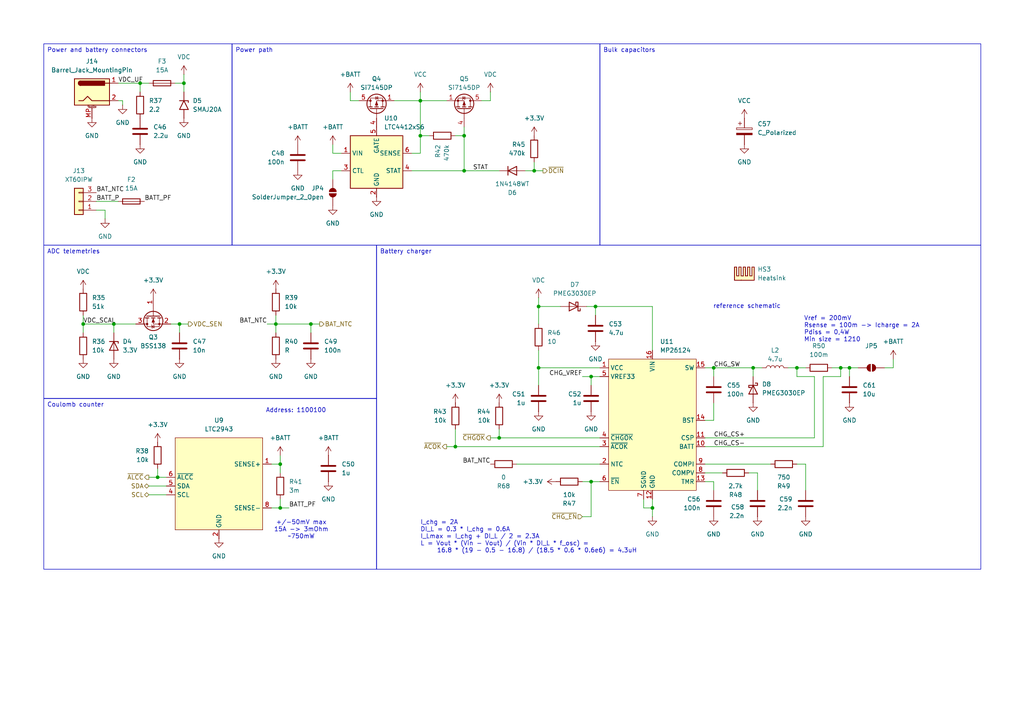
<source format=kicad_sch>
(kicad_sch (version 20250114) (generator "eeschema") (generator_version "9.0")
  (paper "A4")
  (title_block (title "Beerpak") (company "©2024 Luca Anastasio"))
  (lib_symbols
    (symbol "Connector:Barrel_Jack_MountingPin" (pin_names (hide yes))
      (property "Reference" "J" (at 0 5.334 0))
      (property "Value" "Barrel_Jack_MountingPin" (at 1.27 -6.35 0))
      (symbol "Barrel_Jack_MountingPin_1_1"
        (text "Mounting" (at 0 -4.191 0) (effects (font (size 0.381 0.381))))
        (pin passive line (at 0 -7.62 90) (length 3.048) (name "MountPin") (number "MP"))
        (pin passive line (at 7.62 2.54 180) (length 2.54) (name "~") (number "1"))
        (pin passive line (at 7.62 -2.54 180) (length 2.54) (name "~") (number "2"))
      )
    )
    (symbol "Connector_Generic:Conn_01x03" (pin_names (offset 1.016) (hide yes))
      (property "Reference" "J" (at 0 5.08 0))
      (property "Value" "Conn_01x03" (at 0 -5.08 0))
      (symbol "Conn_01x03_1_1"
        (pin passive line (at -5.08 2.54 0) (length 3.81) (name "Pin_1") (number "1"))
        (pin passive line (at -5.08 0 0) (length 3.81) (name "Pin_2") (number "2"))
        (pin passive line (at -5.08 -2.54 0) (length 3.81) (name "Pin_3") (number "3"))
      )
    )
    (symbol "Device:C" (pin_numbers (hide yes)) (pin_names (offset 0.254))
      (property "Reference" "C" (at 0.635 2.54 0))
      (property "Value" "C" (at 0.635 -2.54 0))
      (symbol "C_1_1"
        (pin passive line (at 0 3.81 270) (length 2.794) (name "~") (number "1"))
        (pin passive line (at 0 -3.81 90) (length 2.794) (name "~") (number "2"))
      )
    )
    (symbol "Device:C_Polarized" (pin_numbers (hide yes)) (pin_names (offset 0.254))
      (property "Reference" "C" (at 0.635 2.54 0))
      (property "Value" "C_Polarized" (at 0.635 -2.54 0))
      (symbol "C_Polarized_1_1"
        (pin passive line (at 0 3.81 270) (length 2.794) (name "~") (number "1"))
        (pin passive line (at 0 -3.81 90) (length 2.794) (name "~") (number "2"))
      )
    )
    (symbol "Device:D_Schottky" (pin_numbers (hide yes)) (pin_names (offset 1.016) (hide yes))
      (property "Reference" "D" (at 0 2.54 0))
      (property "Value" "D_Schottky" (at 0 -2.54 0))
      (symbol "D_Schottky_1_1"
        (pin passive line (at -3.81 0 0) (length 2.54) (name "K") (number "1"))
        (pin passive line (at 3.81 0 180) (length 2.54) (name "A") (number "2"))
      )
    )
    (symbol "Device:D_Zener" (pin_numbers (hide yes)) (pin_names (offset 1.016) (hide yes))
      (property "Reference" "D" (at 0 2.54 0))
      (property "Value" "D_Zener" (at 0 -2.54 0))
      (symbol "D_Zener_1_1"
        (pin passive line (at -3.81 0 0) (length 2.54) (name "K") (number "1"))
        (pin passive line (at 3.81 0 180) (length 2.54) (name "A") (number "2"))
      )
    )
    (symbol "Device:Fuse" (pin_numbers (hide yes)) (pin_names (offset 0))
      (property "Reference" "F" (at 2.032 0 90))
      (property "Value" "Fuse" (at -1.905 0 90))
      (symbol "Fuse_1_1"
        (pin passive line (at 0 3.81 270) (length 1.27) (name "~") (number "1"))
        (pin passive line (at 0 -3.81 90) (length 1.27) (name "~") (number "2"))
      )
    )
    (symbol "Device:L" (pin_numbers (hide yes)) (pin_names (offset 1.016) (hide yes))
      (property "Reference" "L" (at -1.27 0 90))
      (property "Value" "L" (at 1.905 0 90))
      (symbol "L_1_1"
        (pin passive line (at 0 3.81 270) (length 1.27) (name "1") (number "1"))
        (pin passive line (at 0 -3.81 90) (length 1.27) (name "2") (number "2"))
      )
    )
    (symbol "Device:R" (pin_numbers (hide yes)) (pin_names (offset 0))
      (property "Reference" "R" (at 2.032 0 90))
      (property "Value" "R" (at 0 0 90))
      (symbol "R_1_1"
        (pin passive line (at 0 3.81 270) (length 1.27) (name "~") (number "1"))
        (pin passive line (at 0 -3.81 90) (length 1.27) (name "~") (number "2"))
      )
    )
    (symbol "Diode:1N4148WT" (pin_numbers (hide yes)) (pin_names (hide yes))
      (property "Reference" "D" (at 0 2.54 0))
      (property "Value" "1N4148WT" (at 0 -2.54 0))
      (symbol "1N4148WT_1_1"
        (pin passive line (at -3.81 0 0) (length 2.54) (name "K") (number "1"))
        (pin passive line (at 3.81 0 180) (length 2.54) (name "A") (number "2"))
      )
    )
    (symbol "Diode:SMAJ20A" (pin_numbers (hide yes)) (pin_names (offset 1.016) (hide yes))
      (property "Reference" "D" (at 0 2.54 0))
      (property "Value" "SMAJ20A" (at 0 -2.54 0))
      (symbol "SMAJ20A_1_1"
        (pin passive line (at -3.81 0 0) (length 2.54) (name "A1") (number "1"))
        (pin passive line (at 3.81 0 180) (length 2.54) (name "A2") (number "2"))
      )
    )
    (symbol "Jumper:SolderJumper_2_Open" (pin_numbers (hide yes)) (pin_names (offset 0) (hide yes)) (exclude_from_sim yes) (in_bom no)
      (property "Reference" "JP" (at 0 2.032 0))
      (property "Value" "SolderJumper_2_Open" (at 0 -2.54 0))
      (symbol "SolderJumper_2_Open_1_1"
        (pin passive line (at -3.81 0 0) (length 2.54) (name "A") (number "1"))
        (pin passive line (at 3.81 0 180) (length 2.54) (name "B") (number "2"))
      )
    )
    (symbol "Mechanical:Heatsink" (pin_names (offset 1.016)) (exclude_from_sim yes)
      (property "Reference" "HS" (at 0 5.08 0))
      (property "Value" "Heatsink" (at 0 -1.27 0))
    )
    (symbol "Power_Management:LTC4412xS6"
      (property "Reference" "U" (at -6.35 8.89 0))
      (property "Value" "LTC4412xS6" (at 6.35 8.89 0))
      (symbol "LTC4412xS6_1_1"
        (pin power_in line (at -10.16 2.54 0) (length 2.54) (name "VIN") (number "1"))
        (pin input line (at -10.16 -2.54 0) (length 2.54) (name "CTL") (number "3"))
        (pin output line (at 0 10.16 270) (length 2.54) (name "GATE") (number "5"))
        (pin power_in line (at 0 -10.16 90) (length 2.54) (name "GND") (number "2"))
        (pin input line (at 10.16 2.54 180) (length 2.54) (name "SENSE") (number "6"))
        (pin open_collector line (at 10.16 -2.54 180) (length 2.54) (name "STAT") (number "4"))
      )
    )
    (symbol "Transistor_FET:BSS138" (pin_names (hide yes))
      (property "Reference" "Q" (at 5.08 1.905 0))
      (property "Value" "BSS138" (at 5.08 0 0))
      (symbol "BSS138_1_1"
        (pin input line (at -5.08 0 0) (length 2.54) (name "G") (number "1"))
        (pin passive line (at 2.54 5.08 270) (length 2.54) (name "D") (number "3"))
        (pin passive line (at 2.54 -5.08 90) (length 2.54) (name "S") (number "2"))
      )
    )
    (symbol "Transistor_FET:Si7141DP" (pin_names (hide yes))
      (property "Reference" "Q" (at 5.08 1.905 0))
      (property "Value" "Si7141DP" (at 5.08 0 0))
      (symbol "Si7141DP_1_1"
        (pin input line (at -5.08 0 0) (length 2.54) (name "G") (number "4"))
        (pin passive line (at 2.54 5.08 270) (length 2.54) (name "D") (number "5"))
        (pin passive line (at 2.54 -5.08 90) (length 2.54) (name "S") (number "1"))
        (pin passive line (at 2.54 -5.08 90) (length 2.54) (hide yes) (name "S") (number "2"))
        (pin passive line (at 2.54 -5.08 90) (length 2.54) (hide yes) (name "S") (number "3"))
      )
    )
    (symbol "portabeer:LTC2943"
      (property "Reference" "U" (at 0 19.05 0))
      (property "Value" "LTC2943" (at 0 16.51 0))
      (symbol "LTC2943_1_1"
        (pin input line (at -15.24 2.54 0) (length 2.54) (name "~{ALCC}") (number "6"))
        (pin input line (at -15.24 0 0) (length 2.54) (name "SDA") (number "5"))
        (pin input line (at -15.24 -2.54 0) (length 2.54) (name "SCL") (number "4"))
        (pin input line (at 0 -15.24 90) (length 2.54) (name "GND") (number "2"))
        (pin input line (at 0 -15.24 90) (length 2.54) (hide yes) (name "GND") (number "3"))
        (pin input line (at 0 -15.24 90) (length 2.54) (hide yes) (name "GND") (number "7"))
        (pin input line (at 0 -15.24 90) (length 2.54) (hide yes) (name "GND") (number "9"))
        (pin input line (at 15.24 6.35 180) (length 2.54) (name "SENSE+") (number "1"))
        (pin input line (at 15.24 -6.35 180) (length 2.54) (name "SENSE-") (number "8"))
      )
    )
    (symbol "portabeer:MP26124"
      (property "Reference" "U" (at 0 25.4 0))
      (property "Value" "MP26124" (at 0 23.368 0))
      (symbol "MP26124_1_0"
        (pin power_out line (at -15.24 13.97 0) (length 2.54) (name "VREF33") (number "5"))
        (pin open_collector line (at -15.24 -3.81 0) (length 2.54) (name "~{CHGOK}") (number "4"))
        (pin open_collector line (at -15.24 -6.35 0) (length 2.54) (name "~{ACOK}") (number "3"))
        (pin input line (at -15.24 -11.43 0) (length 2.54) (name "NTC") (number "2"))
        (pin open_collector line (at -15.24 -16.51 0) (length 2.54) (name "~{EN}") (number "6"))
        (pin power_in line (at -2.54 -21.59 90) (length 2.54) (name "SGND") (number "7"))
        (pin power_in line (at 0 21.59 270) (length 2.54) (name "VIN") (number "16"))
        (pin power_in line (at 0 -21.59 90) (length 2.54) (name "GND") (number "12"))
        (pin power_in line (at 0 -21.59 90) (length 2.54) (hide yes) (name "GND") (number "17"))
        (pin power_out line (at 15.24 16.51 180) (length 2.54) (name "SW") (number "15"))
        (pin passive line (at 15.24 1.27 180) (length 2.54) (name "BST") (number "14"))
        (pin input line (at 15.24 -3.81 180) (length 2.54) (name "CSP") (number "11"))
        (pin input line (at 15.24 -6.35 180) (length 2.54) (name "BATT") (number "10"))
        (pin passive line (at 15.24 -11.43 180) (length 2.54) (name "COMPI") (number "9"))
        (pin passive line (at 15.24 -13.97 180) (length 2.54) (name "COMPV") (number "8"))
        (pin passive line (at 15.24 -16.51 180) (length 2.54) (name "TMR") (number "13"))
      )
      (symbol "MP26124_1_1"
        (pin power_in line (at -15.24 16.51 0) (length 2.54) (name "VCC") (number "1"))
      )
    )
    (symbol "power:+3.3V" (power) (pin_numbers (hide yes)) (pin_names (offset 0) (hide yes))
      (property "Value" "+3.3V" (at 0 3.556 0))
      (symbol "+3.3V_1_1"
        (pin power_in line (at 0 0 90) (length 0) (name "~") (number "1"))
      )
    )
    (symbol "power:+BATT" (power) (pin_numbers (hide yes)) (pin_names (offset 0) (hide yes))
      (property "Value" "+BATT" (at 0 3.556 0))
      (symbol "+BATT_1_1"
        (pin power_in line (at 0 0 90) (length 0) (name "~") (number "1"))
      )
    )
    (symbol "power:GND" (power) (pin_numbers (hide yes)) (pin_names (offset 0) (hide yes))
      (property "Value" "GND" (at 0 -3.81 0))
      (symbol "GND_1_1"
        (pin power_in line (at 0 0 270) (length 0) (name "~") (number "1"))
      )
    )
    (symbol "power:VCC" (power) (pin_numbers (hide yes)) (pin_names (offset 0) (hide yes))
      (property "Value" "VCC" (at 0 3.556 0))
      (symbol "VCC_1_1"
        (pin power_in line (at 0 0 90) (length 0) (name "~") (number "1"))
      )
    )
    (symbol "power:VDC" (power) (pin_numbers (hide yes)) (pin_names (offset 0) (hide yes))
      (property "Value" "VDC" (at 0 3.556 0))
      (symbol "VDC_1_1"
        (pin power_in line (at 0 0 90) (length 0) (name "~") (number "1"))
      )
    )
  )
  (text "I_chg = 2A\nDI_L = 0.3 * I_chg = 0.6A\nI_Lmax = I_chg + DI_L / 2 = 2.3A\nL = Vout * (Vin - Vout) / (Vin * DI_L * f_osc) =\n	16.8 * (19 - 0.5 - 16.8) / (18.5 * 0.6 * 0.6e6) = 4.3uH" (at 121.92 150.876 0) (effects (font (size 1.27 1.27)) (justify left top)))
  (text "reference schematic" (at 216.662 88.9 0) (effects (font (size 1.27 1.27))))
  (text "Address: 1100100" (at 85.852 119.126 0) (effects (font (size 1.27 1.27))))
  (text "+/-50mV max\n15A -> 3mOhm\n~750mW" (at 87.376 153.67 0) (effects (font (size 1.27 1.27))))
  (text "Vref = 200mV\nRsense = 100m -> Icharge = 2A\nPdiss = 0,4W\nMin size = 1210" (at 233.172 91.694 0) (effects (font (size 1.27 1.27)) (justify left top)))
  (text_box "ADC telemetries" (at 12.7 71.12 0) (size 96.52 44.45) (margins 0.9525 0.9525 0.9525 0.9525) (effects (font (size 1.27 1.27)) (justify left top)))
  (text_box "Coulomb counter" (at 12.7 115.57 0) (size 96.52 49.53) (margins 0.9525 0.9525 0.9525 0.9525) (effects (font (size 1.27 1.27)) (justify left top)))
  (text_box "Power path" (at 67.31 12.7 0) (size 106.68 58.42) (margins 0.9525 0.9525 0.9525 0.9525) (effects (font (size 1.27 1.27)) (justify left top)))
  (text_box "Bulk capacitors" (at 173.99 12.7 0) (size 110.49 58.42) (margins 0.9525 0.9525 0.9525 0.9525) (effects (font (size 1.27 1.27)) (justify left top)))
  (text_box "Power and battery connectors" (at 12.7 12.7 0) (size 54.61 58.42) (margins 0.9525 0.9525 0.9525 0.9525) (effects (font (size 1.27 1.27)) (justify left top)))
  (text_box "Battery charger" (at 109.22 71.12 0) (size 175.26 93.98) (margins 0.9525 0.9525 0.9525 0.9525) (effects (font (size 1.27 1.27)) (justify left top)))
  (junction (at 171.45 109.22))
  (junction (at 156.21 88.9))
  (junction (at 81.28 147.32))
  (junction (at 134.62 49.53))
  (junction (at 189.23 147.32))
  (junction (at 45.72 138.43))
  (junction (at 121.92 29.21))
  (junction (at 134.62 39.37))
  (junction (at 172.72 88.9))
  (junction (at 24.13 93.98))
  (junction (at 80.01 93.98))
  (junction (at 40.64 24.13))
  (junction (at 144.78 127))
  (junction (at 33.02 93.98))
  (junction (at 132.08 129.54))
  (junction (at 156.21 106.68))
  (junction (at 121.92 39.37))
  (junction (at 154.94 49.53))
  (junction (at 246.38 106.68))
  (junction (at 207.01 106.68))
  (junction (at 52.07 93.98))
  (junction (at 90.17 93.98))
  (junction (at 171.45 139.7))
  (junction (at 218.44 106.68))
  (junction (at 231.14 106.68))
  (junction (at 53.34 24.13))
  (junction (at 81.28 134.62))
  (junction (at 243.84 106.68))
  (wire (pts (xy 40.64 24.13) (xy 43.18 24.13)))
  (wire (pts (xy 156.21 88.9) (xy 162.56 88.9)))
  (wire (pts (xy 48.26 138.43) (xy 45.72 138.43)))
  (wire (pts (xy 231.14 106.68) (xy 231.14 109.22)))
  (wire (pts (xy 233.68 134.62) (xy 233.68 142.24)))
  (wire (pts (xy 144.78 127) (xy 144.78 124.46)))
  (wire (pts (xy 121.92 44.45) (xy 121.92 39.37)))
  (wire (pts (xy 170.18 88.9) (xy 172.72 88.9)))
  (wire (pts (xy 35.56 30.48) (xy 35.56 29.21)))
  (wire (pts (xy 204.47 137.16) (xy 209.55 137.16)))
  (wire (pts (xy 80.01 91.44) (xy 80.01 93.98)))
  (wire (pts (xy 207.01 106.68) (xy 207.01 109.22)))
  (wire (pts (xy 119.38 49.53) (xy 134.62 49.53)))
  (wire (pts (xy 134.62 49.53) (xy 134.62 39.37)))
  (wire (pts (xy 134.62 39.37) (xy 134.62 36.83)))
  (wire (pts (xy 218.44 106.68) (xy 220.98 106.68)))
  (wire (pts (xy 53.34 24.13) (xy 53.34 26.67)))
  (wire (pts (xy 132.08 129.54) (xy 132.08 124.46)))
  (wire (pts (xy 172.72 88.9) (xy 172.72 91.44)))
  (wire (pts (xy 121.92 29.21) (xy 129.54 29.21)))
  (wire (pts (xy 217.17 137.16) (xy 219.71 137.16)))
  (wire (pts (xy 171.45 139.7) (xy 173.99 139.7)))
  (wire (pts (xy 204.47 134.62) (xy 223.52 134.62)))
  (wire (pts (xy 39.37 93.98) (xy 33.02 93.98)))
  (wire (pts (xy 156.21 106.68) (xy 156.21 101.6)))
  (wire (pts (xy 43.18 138.43) (xy 45.72 138.43)))
  (wire (pts (xy 81.28 134.62) (xy 81.28 137.16)))
  (wire (pts (xy 152.4 49.53) (xy 154.94 49.53)))
  (wire (pts (xy 204.47 106.68) (xy 207.01 106.68)))
  (wire (pts (xy 156.21 106.68) (xy 173.99 106.68)))
  (wire (pts (xy 33.02 93.98) (xy 24.13 93.98)))
  (wire (pts (xy 156.21 106.68) (xy 156.21 111.76)))
  (wire (pts (xy 121.92 29.21) (xy 121.92 26.67)))
  (wire (pts (xy 231.14 106.68) (xy 233.68 106.68)))
  (wire (pts (xy 40.64 26.67) (xy 40.64 24.13)))
  (wire (pts (xy 243.84 106.68) (xy 241.3 106.68)))
  (wire (pts (xy 156.21 86.36) (xy 156.21 88.9)))
  (wire (pts (xy 228.6 106.68) (xy 231.14 106.68)))
  (wire (pts (xy 204.47 139.7) (xy 207.01 139.7)))
  (wire (pts (xy 189.23 88.9) (xy 172.72 88.9)))
  (wire (pts (xy 43.18 143.51) (xy 48.26 143.51)))
  (wire (pts (xy 78.74 134.62) (xy 81.28 134.62)))
  (wire (pts (xy 154.94 49.53) (xy 157.48 49.53)))
  (wire (pts (xy 168.91 109.22) (xy 171.45 109.22)))
  (wire (pts (xy 256.54 106.68) (xy 259.08 106.68)))
  (wire (pts (xy 96.52 41.91) (xy 96.52 44.45)))
  (wire (pts (xy 35.56 29.21) (xy 34.29 29.21)))
  (wire (pts (xy 231.14 109.22) (xy 236.22 109.22)))
  (wire (pts (xy 218.44 109.22) (xy 218.44 106.68)))
  (wire (pts (xy 154.94 46.99) (xy 154.94 49.53)))
  (wire (pts (xy 168.91 139.7) (xy 171.45 139.7)))
  (wire (pts (xy 134.62 49.53) (xy 144.78 49.53)))
  (wire (pts (xy 186.69 147.32) (xy 189.23 147.32)))
  (wire (pts (xy 189.23 101.6) (xy 189.23 88.9)))
  (wire (pts (xy 142.24 127) (xy 144.78 127)))
  (wire (pts (xy 171.45 109.22) (xy 171.45 111.76)))
  (wire (pts (xy 30.48 63.5) (xy 30.48 60.96)))
  (wire (pts (xy 219.71 137.16) (xy 219.71 142.24)))
  (wire (pts (xy 96.52 44.45) (xy 99.06 44.45)))
  (wire (pts (xy 236.22 109.22) (xy 236.22 127)))
  (wire (pts (xy 43.18 140.97) (xy 48.26 140.97)))
  (wire (pts (xy 207.01 121.92) (xy 207.01 116.84)))
  (wire (pts (xy 101.6 29.21) (xy 104.14 29.21)))
  (wire (pts (xy 238.76 129.54) (xy 238.76 109.22)))
  (wire (pts (xy 189.23 144.78) (xy 189.23 147.32)))
  (wire (pts (xy 207.01 139.7) (xy 207.01 142.24)))
  (wire (pts (xy 149.86 134.62) (xy 173.99 134.62)))
  (wire (pts (xy 259.08 104.14) (xy 259.08 106.68)))
  (wire (pts (xy 173.99 129.54) (xy 132.08 129.54)))
  (wire (pts (xy 171.45 139.7) (xy 171.45 149.86)))
  (wire (pts (xy 30.48 60.96) (xy 27.94 60.96)))
  (wire (pts (xy 80.01 93.98) (xy 80.01 96.52)))
  (wire (pts (xy 81.28 147.32) (xy 83.82 147.32)))
  (wire (pts (xy 81.28 144.78) (xy 81.28 147.32)))
  (wire (pts (xy 189.23 147.32) (xy 189.23 149.86)))
  (wire (pts (xy 142.24 29.21) (xy 139.7 29.21)))
  (wire (pts (xy 33.02 96.52) (xy 33.02 93.98)))
  (wire (pts (xy 246.38 109.22) (xy 246.38 106.68)))
  (wire (pts (xy 99.06 49.53) (xy 96.52 49.53)))
  (wire (pts (xy 90.17 93.98) (xy 90.17 96.52)))
  (wire (pts (xy 132.08 39.37) (xy 134.62 39.37)))
  (wire (pts (xy 24.13 91.44) (xy 24.13 93.98)))
  (wire (pts (xy 173.99 109.22) (xy 171.45 109.22)))
  (wire (pts (xy 204.47 129.54) (xy 238.76 129.54)))
  (wire (pts (xy 52.07 93.98) (xy 54.61 93.98)))
  (wire (pts (xy 81.28 132.08) (xy 81.28 134.62)))
  (wire (pts (xy 156.21 88.9) (xy 156.21 93.98)))
  (wire (pts (xy 77.47 93.98) (xy 80.01 93.98)))
  (wire (pts (xy 246.38 106.68) (xy 248.92 106.68)))
  (wire (pts (xy 173.99 127) (xy 144.78 127)))
  (wire (pts (xy 45.72 138.43) (xy 45.72 135.89)))
  (wire (pts (xy 90.17 93.98) (xy 92.71 93.98)))
  (wire (pts (xy 40.64 24.13) (xy 34.29 24.13)))
  (wire (pts (xy 129.54 129.54) (xy 132.08 129.54)))
  (wire (pts (xy 204.47 121.92) (xy 207.01 121.92)))
  (wire (pts (xy 121.92 39.37) (xy 121.92 29.21)))
  (wire (pts (xy 231.14 134.62) (xy 233.68 134.62)))
  (wire (pts (xy 53.34 21.59) (xy 53.34 24.13)))
  (wire (pts (xy 27.94 58.42) (xy 34.29 58.42)))
  (wire (pts (xy 236.22 127) (xy 204.47 127)))
  (wire (pts (xy 49.53 93.98) (xy 52.07 93.98)))
  (wire (pts (xy 238.76 109.22) (xy 243.84 109.22)))
  (wire (pts (xy 24.13 93.98) (xy 24.13 96.52)))
  (wire (pts (xy 186.69 144.78) (xy 186.69 147.32)))
  (wire (pts (xy 121.92 39.37) (xy 124.46 39.37)))
  (wire (pts (xy 52.07 96.52) (xy 52.07 93.98)))
  (wire (pts (xy 168.91 149.86) (xy 171.45 149.86)))
  (wire (pts (xy 78.74 147.32) (xy 81.28 147.32)))
  (wire (pts (xy 114.3 29.21) (xy 121.92 29.21)))
  (wire (pts (xy 101.6 26.67) (xy 101.6 29.21)))
  (wire (pts (xy 246.38 106.68) (xy 243.84 106.68)))
  (wire (pts (xy 218.44 106.68) (xy 207.01 106.68)))
  (wire (pts (xy 243.84 109.22) (xy 243.84 106.68)))
  (wire (pts (xy 80.01 93.98) (xy 90.17 93.98)))
  (wire (pts (xy 119.38 44.45) (xy 121.92 44.45)))
  (wire (pts (xy 50.8 24.13) (xy 53.34 24.13)))
  (wire (pts (xy 96.52 49.53) (xy 96.52 52.07)))
  (wire (pts (xy 142.24 26.67) (xy 142.24 29.21)))
  (label "BAT_NTC" (at 142.24 134.62 180))
  (label "CHG_CS-" (at 207.01 129.54 0))
  (label "VDC_UF" (at 34.29 24.13 0))
  (label "BATT_PF" (at 83.82 147.32 0))
  (label "BATT_P" (at 27.94 58.42 0))
  (label "BAT_NTC" (at 77.47 93.98 180))
  (label "CHG_VREF" (at 168.91 109.22 180))
  (label "STAT" (at 137.16 49.53 0))
  (label "BAT_NTC" (at 27.94 55.88 0))
  (label "CHG_SW" (at 207.01 106.68 0))
  (label "VDC_SCAL" (at 24.13 93.98 0))
  (label "CHG_CS+" (at 207.01 127 0))
  (label "BATT_PF" (at 41.91 58.42 0))
  (hierarchical_label "BAT_NTC" (shape output) (at 92.71 93.98 0))
  (hierarchical_label "VDC_SEN" (shape output) (at 54.61 93.98 0))
  (hierarchical_label "~{DCIN}" (shape output) (at 157.48 49.53 0))
  (hierarchical_label "SDA" (shape bidirectional) (at 43.18 140.97 180))
  (hierarchical_label "~{ALCC}" (shape output) (at 43.18 138.43 180))
  (hierarchical_label "~{CHGOK}" (shape output) (at 142.24 127 180))
  (hierarchical_label "~{ACOK}" (shape output) (at 129.54 129.54 180))
  (hierarchical_label "SCL" (shape bidirectional) (at 43.18 143.51 180))
  (hierarchical_label "~{CHG_EN}" (shape input) (at 168.91 149.86 180))
  (symbol (lib_id "Device:R") (at 80.01 100.33 0) (unit 1)
    (property "Reference" "R40" (at 82.55 99.0599 0) (effects (justify left)))
    (property "Value" "R" (at 82.55 101.5999 0) (effects (justify left)))
    (property "Footprint" "Resistor_SMD:R_0603_1608Metric" (effects (hide yes)))
    (property "Description" "Resistor" (effects (hide yes)))
  )
  (symbol (lib_id "Device:C") (at 233.68 146.05 0) (mirror y) (unit 1)
    (property "Reference" "C59" (at 229.87 144.7799 0) (effects (justify left)))
    (property "Value" "2.2n" (at 229.87 147.3199 0) (effects (justify left)))
    (property "Footprint" "Capacitor_SMD:C_0603_1608Metric" (effects (hide yes)))
    (property "Description" "Unpolarized capacitor" (effects (hide yes)))
  )
  (symbol (lib_id "power:+3.3V") (at 132.08 116.84 0) (unit 1)
    (property "Reference" "#PWR0167" (effects (hide yes)))
    (property "Value" "+3.3V" (at 132.08 111.76 0))
    (property "Description" "Power symbol creates a global label with name \"+3.3V\"" (effects (hide yes)))
  )
  (symbol (lib_id "power:GND") (at 215.9 41.91 0) (unit 1)
    (property "Reference" "#PWR0181" (effects (hide yes)))
    (property "Value" "GND" (at 215.9 46.99 0))
    (property "Description" "Power symbol creates a global label with name \"GND\" , ground" (effects (hide yes)))
  )
  (symbol (lib_id "portabeer:LTC2943") (at 63.5 140.97 0) (unit 1)
    (property "Reference" "U9" (at 63.5 121.92 0))
    (property "Value" "LTC2943" (at 63.5 124.46 0))
    (property "Footprint" "portabeer:DFN-8-1EP_3x3mm_P0.5mm_EP1.65x2.38mm" (effects (hide yes)))
    (property "Datasheet" "https://www.analog.com/media/en/technical-documentation/data-sheets/2943fa.pdf" (effects (hide yes)))
    (property "Description" "Multicell Battery Gas Gauge with Temperature, Voltage and Current Measurement" (effects (hide yes)))
  )
  (symbol (lib_id "power:+3.3V") (at 144.78 116.84 0) (unit 1)
    (property "Reference" "#PWR0169" (effects (hide yes)))
    (property "Value" "+3.3V" (at 144.78 111.76 0))
    (property "Description" "Power symbol creates a global label with name \"+3.3V\"" (effects (hide yes)))
  )
  (symbol (lib_id "power:GND") (at 53.34 34.29 0) (unit 1)
    (property "Reference" "#PWR0152" (effects (hide yes)))
    (property "Value" "GND" (at 53.34 39.37 0))
    (property "Description" "Power symbol creates a global label with name \"GND\" , ground" (effects (hide yes)))
  )
  (symbol (lib_id "Device:D_Schottky") (at 218.44 113.03 270) (unit 1)
    (property "Reference" "D8" (at 220.98 111.4424 90) (effects (justify left)))
    (property "Value" "PMEG3030EP" (at 220.98 113.9824 90) (effects (justify left)))
    (property "Footprint" "Diode_SMD:D_SOD-128" (effects (hide yes)))
    (property "Description" "Schottky diode" (effects (hide yes)))
  )
  (symbol (lib_id "power:VDC") (at 156.21 86.36 0) (unit 1)
    (property "Reference" "#PWR0171" (effects (hide yes)))
    (property "Value" "VDC" (at 156.21 81.28 0))
    (property "Description" "Power symbol creates a global label with name \"VDC\"" (effects (hide yes)))
  )
  (symbol (lib_id "Device:R") (at 144.78 120.65 0) (mirror x) (unit 1)
    (property "Reference" "R44" (at 142.24 119.3799 0) (effects (justify right)))
    (property "Value" "10k" (at 142.24 121.9199 0) (effects (justify right)))
    (property "Footprint" "Resistor_SMD:R_0603_1608Metric" (effects (hide yes)))
    (property "Description" "Resistor" (effects (hide yes)))
  )
  (symbol (lib_id "power:+BATT") (at 86.36 41.91 0) (unit 1)
    (property "Reference" "#PWR0157" (effects (hide yes)))
    (property "Value" "+BATT" (at 86.36 36.83 0))
    (property "Description" "Power symbol creates a global label with name \"+BATT\"" (effects (hide yes)))
  )
  (symbol (lib_id "Device:C") (at 207.01 113.03 0) (unit 1)
    (property "Reference" "C55" (at 210.82 111.7599 0) (effects (justify left)))
    (property "Value" "100n" (at 210.82 114.2999 0) (effects (justify left)))
    (property "Footprint" "Capacitor_SMD:C_0603_1608Metric" (effects (hide yes)))
    (property "Description" "Unpolarized capacitor" (effects (hide yes)))
  )
  (symbol (lib_id "power:+3.3V") (at 45.72 128.27 0) (unit 1)
    (property "Reference" "#PWR0149" (effects (hide yes)))
    (property "Value" "+3.3V" (at 45.72 123.19 0))
    (property "Description" "Power symbol creates a global label with name \"+3.3V\"" (effects (hide yes)))
  )
  (symbol (lib_id "Connector:Barrel_Jack_MountingPin") (at 26.67 26.67 0) (unit 1)
    (property "Reference" "J14" (at 26.67 17.78 0))
    (property "Value" "Barrel_Jack_MountingPin" (at 26.67 20.32 0))
    (property "Footprint" "Connector_BarrelJack:BarrelJack_CUI_PJ-063AH_Horizontal" (effects (hide yes)))
    (property "Description" "DC Barrel Jack with a mounting pin" (effects (hide yes)))
  )
  (symbol (lib_id "power:GND") (at 24.13 104.14 0) (mirror y) (unit 1)
    (property "Reference" "#PWR0142" (effects (hide yes)))
    (property "Value" "GND" (at 24.13 109.22 0))
    (property "Description" "Power symbol creates a global label with name \"GND\" , ground" (effects (hide yes)))
  )
  (symbol (lib_id "Device:C") (at 172.72 95.25 0) (unit 1)
    (property "Reference" "C53" (at 176.53 93.9799 0) (effects (justify left)))
    (property "Value" "4.7u" (at 176.53 96.5199 0) (effects (justify left)))
    (property "Footprint" "Capacitor_SMD:C_0805_2012Metric" (effects (hide yes)))
    (property "Description" "Unpolarized capacitor" (effects (hide yes)))
  )
  (symbol (lib_id "Device:C") (at 90.17 100.33 0) (mirror y) (unit 1)
    (property "Reference" "C49" (at 93.98 99.0599 0) (effects (justify right)))
    (property "Value" "100n" (at 93.98 101.5999 0) (effects (justify right)))
    (property "Footprint" "Capacitor_SMD:C_0603_1608Metric" (effects (hide yes)))
    (property "Description" "Unpolarized capacitor" (effects (hide yes)))
  )
  (symbol (lib_id "Diode:SMAJ20A") (at 53.34 30.48 270) (unit 1)
    (property "Reference" "D5" (at 55.88 29.2099 90) (effects (justify left)))
    (property "Value" "SMAJ20A" (at 55.88 31.7499 90) (effects (justify left)))
    (property "Footprint" "Diode_SMD:D_SMA" (effects (hide yes)))
    (property "Datasheet" "https://www.littelfuse.com/media?resourcetype=datasheets&itemid=75e32973-b177-4ee3-a0ff-cedaf1abdb93&filename=smaj-datasheet" (effects (hide yes)))
    (property "Description" "400W unidirectional Transient Voltage Suppressor, 20.0Vr, SMA(DO-214AC)" (effects (hide yes)))
  )
  (symbol (lib_id "Device:R") (at 24.13 100.33 0) (unit 1)
    (property "Reference" "R36" (at 26.67 99.0599 0) (effects (justify left)))
    (property "Value" "10k" (at 26.67 101.5999 0) (effects (justify left)))
    (property "Footprint" "Resistor_SMD:R_0603_1608Metric" (effects (hide yes)))
    (property "Description" "Resistor" (effects (hide yes)))
  )
  (symbol (lib_id "Device:R") (at 237.49 106.68 90) (unit 1)
    (property "Reference" "R50" (at 237.49 100.33 90))
    (property "Value" "100m" (at 237.49 102.87 90))
    (property "Footprint" "Resistor_SMD:R_2010_5025Metric" (effects (hide yes)))
    (property "Description" "Resistor" (effects (hide yes)))
  )
  (symbol (lib_id "Device:C") (at 207.01 146.05 0) (mirror y) (unit 1)
    (property "Reference" "C56" (at 203.2 144.7799 0) (effects (justify left)))
    (property "Value" "100n" (at 203.2 147.3199 0) (effects (justify left)))
    (property "Footprint" "Capacitor_SMD:C_0603_1608Metric" (effects (hide yes)))
    (property "Description" "Unpolarized capacitor" (effects (hide yes)))
  )
  (symbol (lib_id "Device:D_Zener") (at 33.02 100.33 270) (unit 1)
    (property "Reference" "D4" (at 35.56 99.0599 90) (effects (justify left)))
    (property "Value" "3.3V" (at 35.56 101.5999 90) (effects (justify left)))
    (property "Footprint" "Diode_SMD:D_SOD-523" (effects (hide yes)))
    (property "Description" "Zener diode" (effects (hide yes)))
  )
  (symbol (lib_id "power:+3.3V") (at 80.01 83.82 0) (unit 1)
    (property "Reference" "#PWR0154" (effects (hide yes)))
    (property "Value" "+3.3V" (at 80.01 78.74 0))
    (property "Description" "Power symbol creates a global label with name \"+3.3V\"" (effects (hide yes)))
  )
  (symbol (lib_id "power:+BATT") (at 95.25 132.08 0) (unit 1)
    (property "Reference" "#PWR0160" (effects (hide yes)))
    (property "Value" "+BATT" (at 95.25 127 0))
    (property "Description" "Power symbol creates a global label with name \"+BATT\"" (effects (hide yes)))
  )
  (symbol (lib_id "power:GND") (at 172.72 99.06 0) (unit 1)
    (property "Reference" "#PWR0175" (effects (hide yes)))
    (property "Value" "GND" (at 172.72 104.14 0))
    (property "Description" "Power symbol creates a global label with name \"GND\" , ground" (effects (hide yes)))
  )
  (symbol (lib_id "Device:D_Schottky") (at 166.37 88.9 180) (unit 1)
    (property "Reference" "D7" (at 166.6875 82.55 0))
    (property "Value" "PMEG3030EP" (at 166.6875 85.09 0))
    (property "Footprint" "Diode_SMD:D_SOD-128" (effects (hide yes)))
    (property "Description" "Schottky diode" (effects (hide yes)))
  )
  (symbol (lib_id "power:GND") (at 30.48 63.5 0) (unit 1)
    (property "Reference" "#PWR0144" (effects (hide yes)))
    (property "Value" "GND" (at 30.48 68.58 0))
    (property "Description" "Power symbol creates a global label with name \"GND\" , ground" (effects (hide yes)))
  )
  (symbol (lib_id "power:GND") (at 80.01 104.14 0) (mirror y) (unit 1)
    (property "Reference" "#PWR0155" (effects (hide yes)))
    (property "Value" "GND" (at 80.01 109.22 0))
    (property "Description" "Power symbol creates a global label with name \"GND\" , ground" (effects (hide yes)))
  )
  (symbol (lib_id "power:+BATT") (at 101.6 26.67 0) (unit 1)
    (property "Reference" "#PWR0164" (effects (hide yes)))
    (property "Value" "+BATT" (at 101.6 21.59 0))
    (property "Description" "Power symbol creates a global label with name \"+BATT\"" (effects (hide yes)))
  )
  (symbol (lib_id "power:VDC") (at 53.34 21.59 0) (unit 1)
    (property "Reference" "#PWR0151" (effects (hide yes)))
    (property "Value" "VDC" (at 53.34 16.51 0))
    (property "Description" "Power symbol creates a global label with name \"VDC\"" (effects (hide yes)))
  )
  (symbol (lib_id "Device:R") (at 156.21 97.79 0) (unit 1)
    (property "Reference" "R46" (at 158.75 96.5199 0) (effects (justify left)))
    (property "Value" "10" (at 158.75 99.0599 0) (effects (justify left)))
    (property "Footprint" "Resistor_SMD:R_0603_1608Metric" (effects (hide yes)))
    (property "Description" "Resistor" (effects (hide yes)))
  )
  (symbol (lib_id "Diode:1N4148WT") (at 148.59 49.53 0) (mirror x) (unit 1)
    (property "Reference" "D6" (at 148.59 55.88 0))
    (property "Value" "1N4148WT" (at 148.59 53.34 0))
    (property "Footprint" "Diode_SMD:D_SOD-523" (effects (hide yes)))
    (property "Datasheet" "https://www.diodes.com/assets/Datasheets/ds30396.pdf" (effects (hide yes)))
    (property "Description" "75V 0.15A Fast switching Diode, SOD-523" (effects (hide yes)))
    (property "Sim.Device" "D" (effects (hide yes)))
    (property "Sim.Pins" "1=K 2=A" (effects (hide yes)))
  )
  (symbol (lib_id "Device:R") (at 40.64 30.48 0) (unit 1)
    (property "Reference" "R37" (at 43.18 29.2099 0) (effects (justify left)))
    (property "Value" "2.2" (at 43.18 31.7499 0) (effects (justify left)))
    (property "Footprint" "Resistor_SMD:R_0805_2012Metric" (effects (hide yes)))
    (property "Description" "Resistor" (effects (hide yes)))
  )
  (symbol (lib_id "Device:R") (at 227.33 134.62 90) (mirror x) (unit 1)
    (property "Reference" "R49" (at 227.33 140.97 90))
    (property "Value" "750" (at 227.33 138.43 90))
    (property "Footprint" "Resistor_SMD:R_0603_1608Metric" (effects (hide yes)))
    (property "Description" "Resistor" (effects (hide yes)))
  )
  (symbol (lib_id "power:+BATT") (at 96.52 41.91 0) (unit 1)
    (property "Reference" "#PWR0162" (effects (hide yes)))
    (property "Value" "+BATT" (at 96.52 36.83 0))
    (property "Description" "Power symbol creates a global label with name \"+BATT\"" (effects (hide yes)))
  )
  (symbol (lib_id "power:+3.3V") (at 44.45 86.36 0) (unit 1)
    (property "Reference" "#PWR0148" (effects (hide yes)))
    (property "Value" "+3.3V" (at 44.45 81.28 0))
    (property "Description" "Power symbol creates a global label with name \"+3.3V\"" (effects (hide yes)))
  )
  (symbol (lib_id "power:VCC") (at 215.9 34.29 0) (mirror y) (unit 1)
    (property "Reference" "#PWR0180" (effects (hide yes)))
    (property "Value" "VCC" (at 215.9 29.21 0))
    (property "Description" "Power symbol creates a global label with name \"VCC\"" (effects (hide yes)))
  )
  (symbol (lib_id "Device:C") (at 86.36 45.72 0) (unit 1)
    (property "Reference" "C48" (at 82.55 44.4499 0) (effects (justify right)))
    (property "Value" "100n" (at 82.55 46.9899 0) (effects (justify right)))
    (property "Footprint" "Capacitor_SMD:C_0603_1608Metric" (effects (hide yes)))
    (property "Description" "Unpolarized capacitor" (effects (hide yes)))
  )
  (symbol (lib_id "Device:L") (at 224.79 106.68 90) (unit 1)
    (property "Reference" "L2" (at 224.79 101.6 90))
    (property "Value" "4.7u" (at 224.79 104.14 90))
    (property "Footprint" "portabeer:L_Taiyo-Yuden_NR-50xx" (effects (hide yes)))
    (property "Description" "Inductor" (effects (hide yes)))
  )
  (symbol (lib_id "power:GND") (at 63.5 156.21 0) (unit 1)
    (property "Reference" "#PWR0153" (effects (hide yes)))
    (property "Value" "GND" (at 63.5 161.29 0))
    (property "Description" "Power symbol creates a global label with name \"GND\" , ground" (effects (hide yes)))
  )
  (symbol (lib_id "Transistor_FET:Si7141DP") (at 109.22 31.75 90) (unit 1)
    (property "Reference" "Q4" (at 109.22 22.86 90))
    (property "Value" "Si7145DP" (at 109.22 25.4 90))
    (property "Footprint" "portabeer:PowerPAK_SO-8_Single" (effects (hide yes)))
    (property "Datasheet" "https://www.vishay.com/docs/65596/si7141dp.pdf" (effects (hide yes)))
    (property "Description" "-60A Id, -20V Vds, 1.9 mOhm Ron, PowerPAK-8" (effects (hide yes)))
  )
  (symbol (lib_id "power:GND") (at 233.68 149.86 0) (mirror y) (unit 1)
    (property "Reference" "#PWR0184" (effects (hide yes)))
    (property "Value" "GND" (at 233.68 154.94 0))
    (property "Description" "Power symbol creates a global label with name \"GND\" , ground" (effects (hide yes)))
  )
  (symbol (lib_id "Device:R") (at 154.94 43.18 0) (mirror x) (unit 1)
    (property "Reference" "R45" (at 152.4 41.9099 0) (effects (justify right)))
    (property "Value" "470k" (at 152.4 44.4499 0) (effects (justify right)))
    (property "Footprint" "Resistor_SMD:R_0603_1608Metric" (effects (hide yes)))
    (property "Description" "Resistor" (effects (hide yes)))
  )
  (symbol (lib_id "Device:C_Polarized") (at 215.9 38.1 0) (unit 1)
    (property "Reference" "C57" (at 219.71 35.9409 0) (effects (justify left)))
    (property "Value" "C_Polarized" (at 219.71 38.4809 0) (effects (justify left)))
    (property "Footprint" "Capacitor_THT:CP_Radial_D6.3mm_P2.50mm" (effects (hide yes)))
    (property "Description" "Polarized capacitor" (effects (hide yes)))
  )
  (symbol (lib_id "power:GND") (at 171.45 119.38 0) (mirror y) (unit 1)
    (property "Reference" "#PWR0174" (effects (hide yes)))
    (property "Value" "GND" (at 171.45 124.46 0))
    (property "Description" "Power symbol creates a global label with name \"GND\" , ground" (effects (hide yes)))
  )
  (symbol (lib_id "power:GND") (at 207.01 149.86 0) (mirror y) (unit 1)
    (property "Reference" "#PWR0179" (effects (hide yes)))
    (property "Value" "GND" (at 207.01 154.94 0))
    (property "Description" "Power symbol creates a global label with name \"GND\" , ground" (effects (hide yes)))
  )
  (symbol (lib_id "power:+3.3V") (at 154.94 39.37 0) (unit 1)
    (property "Reference" "#PWR0170" (effects (hide yes)))
    (property "Value" "+3.3V" (at 154.94 34.29 0))
    (property "Description" "Power symbol creates a global label with name \"+3.3V\"" (effects (hide yes)))
  )
  (symbol (lib_id "Device:R") (at 146.05 134.62 90) (mirror x) (unit 1)
    (property "Reference" "R68" (at 146.05 140.97 90))
    (property "Value" "0" (at 146.05 138.43 90))
    (property "Footprint" "Resistor_SMD:R_0603_1608Metric" (effects (hide yes)))
    (property "Description" "Resistor" (effects (hide yes)))
  )
  (symbol (lib_id "Device:R") (at 132.08 120.65 0) (mirror x) (unit 1)
    (property "Reference" "R43" (at 129.54 119.3799 0) (effects (justify right)))
    (property "Value" "10k" (at 129.54 121.9199 0) (effects (justify right)))
    (property "Footprint" "Resistor_SMD:R_0603_1608Metric" (effects (hide yes)))
    (property "Description" "Resistor" (effects (hide yes)))
  )
  (symbol (lib_id "Device:C") (at 171.45 115.57 0) (mirror y) (unit 1)
    (property "Reference" "C52" (at 168.656 114.3 0) (effects (justify left)))
    (property "Value" "1u" (at 168.656 116.84 0) (effects (justify left)))
    (property "Footprint" "Capacitor_SMD:C_0603_1608Metric" (effects (hide yes)))
    (property "Description" "Unpolarized capacitor" (effects (hide yes)))
  )
  (symbol (lib_id "power:GND") (at 90.17 104.14 0) (mirror y) (unit 1)
    (property "Reference" "#PWR0159" (effects (hide yes)))
    (property "Value" "GND" (at 90.17 109.22 0))
    (property "Description" "Power symbol creates a global label with name \"GND\" , ground" (effects (hide yes)))
  )
  (symbol (lib_id "Jumper:SolderJumper_2_Open") (at 252.73 106.68 0) (unit 1) (exclude_from_sim yes) (in_bom no)
    (property "Reference" "JP5" (at 252.73 100.33 0))
    (property "Value" "SolderJumper_2_Open" (effects (hide yes)))
    (property "Footprint" "Jumper:SolderJumper-2_P1.3mm_Open_RoundedPad1.0x1.5mm" (effects (hide yes)))
    (property "Description" "Solder Jumper, 2-pole, open" (effects (hide yes)))
  )
  (symbol (lib_id "power:GND") (at 86.36 49.53 0) (unit 1)
    (property "Reference" "#PWR0158" (effects (hide yes)))
    (property "Value" "GND" (at 86.36 54.61 0))
    (property "Description" "Power symbol creates a global label with name \"GND\" , ground" (effects (hide yes)))
  )
  (symbol (lib_id "Device:R") (at 213.36 137.16 90) (mirror x) (unit 1)
    (property "Reference" "R48" (at 213.36 143.51 90))
    (property "Value" "2.7k" (at 213.36 140.97 90))
    (property "Footprint" "Resistor_SMD:R_0603_1608Metric" (effects (hide yes)))
    (property "Description" "Resistor" (effects (hide yes)))
  )
  (symbol (lib_id "power:GND") (at 96.52 59.69 0) (unit 1)
    (property "Reference" "#PWR0163" (effects (hide yes)))
    (property "Value" "GND" (at 96.52 64.77 0))
    (property "Description" "Power symbol creates a global label with name \"GND\" , ground" (effects (hide yes)))
  )
  (symbol (lib_id "power:+3.3V") (at 161.29 139.7 90) (unit 1)
    (property "Reference" "#PWR0173" (effects (hide yes)))
    (property "Value" "+3.3V" (at 157.48 139.6999 90) (effects (justify left)))
    (property "Description" "Power symbol creates a global label with name \"+3.3V\"" (effects (hide yes)))
  )
  (symbol (lib_id "power:GND") (at 26.67 34.29 0) (unit 1)
    (property "Reference" "#PWR0143" (effects (hide yes)))
    (property "Value" "GND" (at 26.67 39.37 0))
    (property "Description" "Power symbol creates a global label with name \"GND\" , ground" (effects (hide yes)))
  )
  (symbol (lib_id "power:+BATT") (at 259.08 104.14 0) (unit 1)
    (property "Reference" "#PWR0188" (effects (hide yes)))
    (property "Value" "+BATT" (at 259.08 99.06 0))
    (property "Description" "Power symbol creates a global label with name \"+BATT\"" (effects (hide yes)))
  )
  (symbol (lib_id "Device:R") (at 24.13 87.63 0) (unit 1)
    (property "Reference" "R35" (at 26.67 86.3599 0) (effects (justify left)))
    (property "Value" "51k" (at 26.67 88.8999 0) (effects (justify left)))
    (property "Footprint" "Resistor_SMD:R_0603_1608Metric" (effects (hide yes)))
    (property "Description" "Resistor" (effects (hide yes)))
  )
  (symbol (lib_id "Device:C") (at 52.07 100.33 0) (mirror y) (unit 1)
    (property "Reference" "C47" (at 55.88 99.0599 0) (effects (justify right)))
    (property "Value" "10n" (at 55.88 101.5999 0) (effects (justify right)))
    (property "Footprint" "Capacitor_SMD:C_0603_1608Metric" (effects (hide yes)))
    (property "Description" "Unpolarized capacitor" (effects (hide yes)))
  )
  (symbol (lib_id "power:GND") (at 33.02 104.14 0) (mirror y) (unit 1)
    (property "Reference" "#PWR0145" (effects (hide yes)))
    (property "Value" "GND" (at 33.02 109.22 0))
    (property "Description" "Power symbol creates a global label with name \"GND\" , ground" (effects (hide yes)))
  )
  (symbol (lib_id "power:GND") (at 95.25 139.7 0) (unit 1)
    (property "Reference" "#PWR0161" (effects (hide yes)))
    (property "Value" "GND" (at 95.25 144.78 0))
    (property "Description" "Power symbol creates a global label with name \"GND\" , ground" (effects (hide yes)))
  )
  (symbol (lib_id "Device:C") (at 95.25 135.89 0) (unit 1)
    (property "Reference" "C50" (at 99.06 134.6199 0) (effects (justify left)))
    (property "Value" "1u" (at 99.06 137.1599 0) (effects (justify left)))
    (property "Footprint" "Capacitor_SMD:C_0603_1608Metric" (effects (hide yes)))
    (property "Description" "Unpolarized capacitor" (effects (hide yes)))
  )
  (symbol (lib_id "power:GND") (at 246.38 116.84 0) (mirror y) (unit 1)
    (property "Reference" "#PWR0187" (effects (hide yes)))
    (property "Value" "GND" (at 246.38 121.92 0))
    (property "Description" "Power symbol creates a global label with name \"GND\" , ground" (effects (hide yes)))
  )
  (symbol (lib_id "power:GND") (at 109.22 57.15 0) (unit 1)
    (property "Reference" "#PWR0165" (effects (hide yes)))
    (property "Value" "GND" (at 109.22 62.23 0))
    (property "Description" "Power symbol creates a global label with name \"GND\" , ground" (effects (hide yes)))
  )
  (symbol (lib_id "portabeer:MP26124") (at 189.23 123.19 0) (unit 1)
    (property "Reference" "U11" (at 191.4241 99.06 0) (effects (justify left)))
    (property "Value" "MP26124" (at 191.4241 101.6 0) (effects (justify left)))
    (property "Footprint" "Package_DFN_QFN:QFN-16-1EP_4x4mm_P0.65mm_EP2.15x2.15mm_ThermalVias" (effects (hide yes)))
    (property "Datasheet" "https://www.monolithicpower.com/en/documentview/productdocument/index/version/2/document_type/Datasheet/lang/en/sku/MP26124/document_id/3740/" (effects (hide yes)))
    (property "Description" "24V Input, 2A, 600kHz, 4S Cell Switching Li-Ion Battery Charger" (effects (hide yes)))
  )
  (symbol (lib_id "Transistor_FET:Si7141DP") (at 134.62 31.75 270) (mirror x) (unit 1)
    (property "Reference" "Q5" (at 134.62 22.86 90))
    (property "Value" "Si7145DP" (at 134.62 25.4 90))
    (property "Footprint" "portabeer:PowerPAK_SO-8_Single" (effects (hide yes)))
    (property "Datasheet" "https://www.vishay.com/docs/65596/si7141dp.pdf" (effects (hide yes)))
    (property "Description" "-60A Id, -20V Vds, 1.9 mOhm Ron, PowerPAK-8" (effects (hide yes)))
  )
  (symbol (lib_id "power:VDC") (at 142.24 26.67 0) (unit 1)
    (property "Reference" "#PWR0168" (effects (hide yes)))
    (property "Value" "VDC" (at 142.24 21.59 0))
    (property "Description" "Power symbol creates a global label with name \"VDC\"" (effects (hide yes)))
  )
  (symbol (lib_id "Connector_Generic:Conn_01x03") (at 22.86 58.42 180) (unit 1)
    (property "Reference" "J13" (at 22.86 49.53 0))
    (property "Value" "XT60IPW" (at 22.86 52.07 0))
    (property "Footprint" "portabeer:AMASS_XT60IPW-M_1x03_P7.20mm_Horizontal" (effects (hide yes)))
    (property "Description" "Generic connector, single row, 01x03, script generated (kicad-library-utils/schlib/autogen/connector/)" (effects (hide yes)))
  )
  (symbol (lib_id "power:GND") (at 219.71 149.86 0) (mirror y) (unit 1)
    (property "Reference" "#PWR0183" (effects (hide yes)))
    (property "Value" "GND" (at 219.71 154.94 0))
    (property "Description" "Power symbol creates a global label with name \"GND\" , ground" (effects (hide yes)))
  )
  (symbol (lib_id "power:GND") (at 52.07 104.14 0) (mirror y) (unit 1)
    (property "Reference" "#PWR0150" (effects (hide yes)))
    (property "Value" "GND" (at 52.07 109.22 0))
    (property "Description" "Power symbol creates a global label with name \"GND\" , ground" (effects (hide yes)))
  )
  (symbol (lib_id "Device:R") (at 45.72 132.08 0) (mirror x) (unit 1)
    (property "Reference" "R38" (at 43.18 130.8099 0) (effects (justify right)))
    (property "Value" "10k" (at 43.18 133.3499 0) (effects (justify right)))
    (property "Footprint" "Resistor_SMD:R_0603_1608Metric" (effects (hide yes)))
    (property "Description" "Resistor" (effects (hide yes)))
  )
  (symbol (lib_id "Device:R") (at 165.1 139.7 90) (mirror x) (unit 1)
    (property "Reference" "R47" (at 165.1 146.05 90))
    (property "Value" "10k" (at 165.1 143.51 90))
    (property "Footprint" "Resistor_SMD:R_0603_1608Metric" (effects (hide yes)))
    (property "Description" "Resistor" (effects (hide yes)))
  )
  (symbol (lib_id "Device:R") (at 128.27 39.37 270) (mirror x) (unit 1)
    (property "Reference" "R42" (at 126.9999 41.91 0) (effects (justify right)))
    (property "Value" "470k" (at 129.5399 41.91 0) (effects (justify right)))
    (property "Footprint" "Resistor_SMD:R_0603_1608Metric" (effects (hide yes)))
    (property "Description" "Resistor" (effects (hide yes)))
  )
  (symbol (lib_id "power:GND") (at 218.44 116.84 0) (mirror y) (unit 1)
    (property "Reference" "#PWR0182" (effects (hide yes)))
    (property "Value" "GND" (at 218.44 121.92 0))
    (property "Description" "Power symbol creates a global label with name \"GND\" , ground" (effects (hide yes)))
  )
  (symbol (lib_id "Device:Fuse") (at 46.99 24.13 90) (unit 1)
    (property "Reference" "F3" (at 46.99 17.78 90))
    (property "Value" "15A" (at 46.99 20.32 90))
    (property "Footprint" "Fuse:Fuseholder_Blade_Mini_Keystone_3568" (effects (hide yes)))
    (property "Description" "Fuse" (effects (hide yes)))
  )
  (symbol (lib_id "Device:C") (at 156.21 115.57 0) (mirror y) (unit 1)
    (property "Reference" "C51" (at 152.4 114.2999 0) (effects (justify left)))
    (property "Value" "1u" (at 152.4 116.8399 0) (effects (justify left)))
    (property "Footprint" "Capacitor_SMD:C_0603_1608Metric" (effects (hide yes)))
    (property "Description" "Unpolarized capacitor" (effects (hide yes)))
  )
  (symbol (lib_id "power:GND") (at 35.56 30.48 0) (unit 1)
    (property "Reference" "#PWR0146" (effects (hide yes)))
    (property "Value" "GND" (at 35.56 35.56 0))
    (property "Description" "Power symbol creates a global label with name \"GND\" , ground" (effects (hide yes)))
  )
  (symbol (lib_id "Mechanical:Heatsink") (at 215.9 81.28 0) (unit 1) (exclude_from_sim yes)
    (property "Reference" "HS3" (at 219.71 78.1049 0) (effects (justify left)))
    (property "Value" "Heatsink" (at 219.71 80.6449 0) (effects (justify left)))
    (property "Footprint" "portabeer:Heatsink_9x9x5mm_adhesive" (effects (hide yes)))
    (property "Description" "Heatsink" (effects (hide yes)))
  )
  (symbol (lib_id "power:VCC") (at 121.92 26.67 0) (mirror y) (unit 1)
    (property "Reference" "#PWR0166" (effects (hide yes)))
    (property "Value" "VCC" (at 121.92 21.59 0))
    (property "Description" "Power symbol creates a global label with name \"VCC\"" (effects (hide yes)))
  )
  (symbol (lib_id "power:GND") (at 189.23 149.86 0) (mirror y) (unit 1)
    (property "Reference" "#PWR0176" (effects (hide yes)))
    (property "Value" "GND" (at 189.23 154.94 0))
    (property "Description" "Power symbol creates a global label with name \"GND\" , ground" (effects (hide yes)))
  )
  (symbol (lib_id "power:GND") (at 40.64 41.91 0) (unit 1)
    (property "Reference" "#PWR0147" (effects (hide yes)))
    (property "Value" "GND" (at 40.64 46.99 0))
    (property "Description" "Power symbol creates a global label with name \"GND\" , ground" (effects (hide yes)))
  )
  (symbol (lib_id "Device:Fuse") (at 38.1 58.42 90) (unit 1)
    (property "Reference" "F2" (at 38.1 52.07 90))
    (property "Value" "15A" (at 38.1 54.61 90))
    (property "Footprint" "Fuse:Fuseholder_Blade_Mini_Keystone_3568" (effects (hide yes)))
    (property "Description" "Fuse" (effects (hide yes)))
  )
  (symbol (lib_id "Power_Management:LTC4412xS6") (at 109.22 46.99 0) (unit 1)
    (property "Reference" "U10" (at 111.4141 34.29 0) (effects (justify left)))
    (property "Value" "LTC4412xS6" (at 111.4141 36.83 0) (effects (justify left)))
    (property "Footprint" "Package_TO_SOT_SMD:TSOT-23-6" (effects (hide yes)))
    (property "Datasheet" "https://www.analog.com/media/en/technical-documentation/data-sheets/4412fb.pdf" (effects (hide yes)))
    (property "Description" "Low Loss PowerPath Controller, TSOT-23-6" (effects (hide yes)))
  )
  (symbol (lib_id "power:+BATT") (at 81.28 132.08 0) (unit 1)
    (property "Reference" "#PWR0156" (effects (hide yes)))
    (property "Value" "+BATT" (at 81.28 127 0))
    (property "Description" "Power symbol creates a global label with name \"+BATT\"" (effects (hide yes)))
  )
  (symbol (lib_id "Device:R") (at 80.01 87.63 0) (unit 1)
    (property "Reference" "R39" (at 82.55 86.3599 0) (effects (justify left)))
    (property "Value" "10k" (at 82.55 88.8999 0) (effects (justify left)))
    (property "Footprint" "Resistor_SMD:R_0603_1608Metric" (effects (hide yes)))
    (property "Description" "Resistor" (effects (hide yes)))
  )
  (symbol (lib_id "power:VDC") (at 24.13 83.82 0) (unit 1)
    (property "Reference" "#PWR0141" (effects (hide yes)))
    (property "Value" "VDC" (at 24.13 78.74 0))
    (property "Description" "Power symbol creates a global label with name \"VDC\"" (effects (hide yes)))
  )
  (symbol (lib_id "Device:C") (at 40.64 38.1 0) (unit 1)
    (property "Reference" "C46" (at 44.45 36.8299 0) (effects (justify left)))
    (property "Value" "2.2u" (at 44.45 39.3699 0) (effects (justify left)))
    (property "Footprint" "Capacitor_SMD:C_0805_2012Metric" (effects (hide yes)))
    (property "Description" "Unpolarized capacitor" (effects (hide yes)))
  )
  (symbol (lib_id "Device:R") (at 81.28 140.97 0) (unit 1)
    (property "Reference" "R41" (at 83.82 139.6999 0) (effects (justify left)))
    (property "Value" "3m" (at 83.82 142.2399 0) (effects (justify left)))
    (property "Footprint" "Resistor_SMD:R_2512_6332Metric" (effects (hide yes)))
    (property "Description" "Resistor" (effects (hide yes)))
  )
  (symbol (lib_id "power:GND") (at 156.21 119.38 0) (mirror y) (unit 1)
    (property "Reference" "#PWR0172" (effects (hide yes)))
    (property "Value" "GND" (at 156.21 124.46 0))
    (property "Description" "Power symbol creates a global label with name \"GND\" , ground" (effects (hide yes)))
  )
  (symbol (lib_id "Jumper:SolderJumper_2_Open") (at 96.52 55.88 270) (unit 1) (exclude_from_sim yes) (in_bom no)
    (property "Reference" "JP4" (at 93.98 54.6099 90) (effects (justify right)))
    (property "Value" "SolderJumper_2_Open" (at 93.98 57.1499 90) (effects (justify right)))
    (property "Footprint" "Jumper:SolderJumper-2_P1.3mm_Open_RoundedPad1.0x1.5mm" (effects (hide yes)))
    (property "Description" "Solder Jumper, 2-pole, open" (effects (hide yes)))
  )
  (symbol (lib_id "Device:C") (at 219.71 146.05 0) (mirror y) (unit 1)
    (property "Reference" "C58" (at 215.9 147.066 0) (effects (justify left)))
    (property "Value" "2.2n" (at 215.9 149.606 0) (effects (justify left)))
    (property "Footprint" "Capacitor_SMD:C_0603_1608Metric" (effects (hide yes)))
    (property "Description" "Unpolarized capacitor" (effects (hide yes)))
  )
  (symbol (lib_id "Transistor_FET:BSS138") (at 44.45 91.44 90) (mirror x) (unit 1)
    (property "Reference" "Q3" (at 44.45 97.79 90))
    (property "Value" "BSS138" (at 44.45 100.33 90))
    (property "Footprint" "Package_TO_SOT_SMD:SOT-23" (effects (hide yes)))
    (property "Datasheet" "https://www.onsemi.com/pub/Collateral/BSS138-D.PDF" (effects (hide yes)))
    (property "Description" "50V Vds, 0.22A Id, N-Channel MOSFET, SOT-23" (effects (hide yes)))
  )
  (symbol (lib_id "Device:C") (at 246.38 113.03 0) (unit 1)
    (property "Reference" "C61" (at 250.19 111.7599 0) (effects (justify left)))
    (property "Value" "10u" (at 250.19 114.2999 0) (effects (justify left)))
    (property "Footprint" "Capacitor_SMD:C_1206_3216Metric" (effects (hide yes)))
    (property "Description" "Unpolarized capacitor" (effects (hide yes)))
  )
)
</source>
